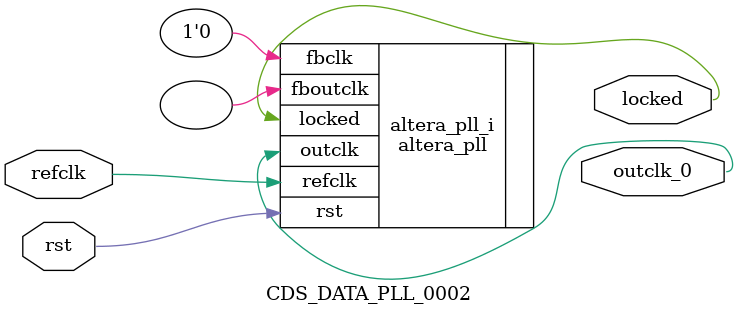
<source format=v>
`timescale 1ns/10ps
module  CDS_DATA_PLL_0002(

	// interface 'refclk'
	input wire refclk,

	// interface 'reset'
	input wire rst,

	// interface 'outclk0'
	output wire outclk_0,

	// interface 'locked'
	output wire locked
);

	altera_pll #(
		.fractional_vco_multiplier("false"),
		.reference_clock_frequency("250.0 MHz"),
		.operation_mode("source synchronous"),
		.number_of_clocks(1),
		.output_clock_frequency0("250.000000 MHz"),
		.phase_shift0("0 ps"),
		.duty_cycle0(50),
		.output_clock_frequency1("0 MHz"),
		.phase_shift1("0 ps"),
		.duty_cycle1(50),
		.output_clock_frequency2("0 MHz"),
		.phase_shift2("0 ps"),
		.duty_cycle2(50),
		.output_clock_frequency3("0 MHz"),
		.phase_shift3("0 ps"),
		.duty_cycle3(50),
		.output_clock_frequency4("0 MHz"),
		.phase_shift4("0 ps"),
		.duty_cycle4(50),
		.output_clock_frequency5("0 MHz"),
		.phase_shift5("0 ps"),
		.duty_cycle5(50),
		.output_clock_frequency6("0 MHz"),
		.phase_shift6("0 ps"),
		.duty_cycle6(50),
		.output_clock_frequency7("0 MHz"),
		.phase_shift7("0 ps"),
		.duty_cycle7(50),
		.output_clock_frequency8("0 MHz"),
		.phase_shift8("0 ps"),
		.duty_cycle8(50),
		.output_clock_frequency9("0 MHz"),
		.phase_shift9("0 ps"),
		.duty_cycle9(50),
		.output_clock_frequency10("0 MHz"),
		.phase_shift10("0 ps"),
		.duty_cycle10(50),
		.output_clock_frequency11("0 MHz"),
		.phase_shift11("0 ps"),
		.duty_cycle11(50),
		.output_clock_frequency12("0 MHz"),
		.phase_shift12("0 ps"),
		.duty_cycle12(50),
		.output_clock_frequency13("0 MHz"),
		.phase_shift13("0 ps"),
		.duty_cycle13(50),
		.output_clock_frequency14("0 MHz"),
		.phase_shift14("0 ps"),
		.duty_cycle14(50),
		.output_clock_frequency15("0 MHz"),
		.phase_shift15("0 ps"),
		.duty_cycle15(50),
		.output_clock_frequency16("0 MHz"),
		.phase_shift16("0 ps"),
		.duty_cycle16(50),
		.output_clock_frequency17("0 MHz"),
		.phase_shift17("0 ps"),
		.duty_cycle17(50),
		.pll_type("General"),
		.pll_subtype("General")
	) altera_pll_i (
		.rst	(rst),
		.outclk	({outclk_0}),
		.locked	(locked),
		.fboutclk	( ),
		.fbclk	(1'b0),
		.refclk	(refclk)
	);
endmodule


</source>
